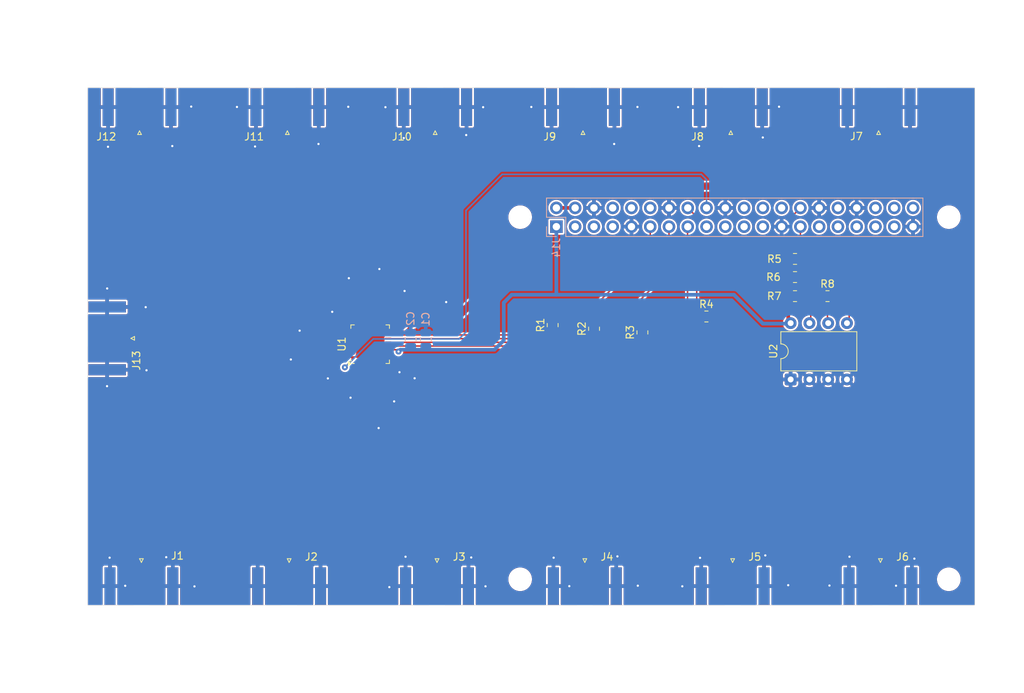
<source format=kicad_pcb>
(kicad_pcb (version 20241229) (generator "pcbnew") (generator_version "9.0")
  (layers (0 "F.Cu" signal) (2 "B.Cu" signal) (13 "F.Paste" user) (15 "B.Paste" user) (5 "F.SilkS" user "F.Silkscreen") (7 "B.SilkS" user "B.Silkscreen") (1 "F.Mask" user) (3 "B.Mask" user) (25 "Edge.Cuts" user))
  (net 0 "")
  (net 1 "GND")
  (net 2 "V3")
  (net 3 "LS")
  (net 5 "V1")
  (net 6 "V2")
  (net 7 "V4")
  (net 8 "+3.3V")
  (net 27 "EEPROM_SDA")
  (net 28 "EEPROM_SCL")
  (net 29 "EEPROM_WP")
  (net 30 "+5V")
  (net 35 "/RF1")
  (net 36 "/RF2")
  (net 37 "/RF3")
  (net 38 "/RF4")
  (net 39 "/RF5")
  (net 40 "/RF6")
  (net 41 "/RF7")
  (net 42 "/RF8")
  (net 43 "/RF9")
  (net 44 "/RF10")
  (net 45 "/RF11")
  (net 46 "/RF12")
  (net 47 "/RFC")
  (footprint "Connector_Coaxial:SMA_Amphenol_132289_EdgeMount" (layer "F.Cu") (at 202.7 67.9125 90)
    (property "Reference" "J7" (at -3.96 -3 180) (layer "F.SilkS"))
    (property "Value" "SMA")
    (fp_line (start -3.71 -0.25) (end -3.71 0.25) (stroke (width 0.12)) (layer "F.SilkS"))
    (fp_line (start -3.21 0) (end -3.71 -0.25) (stroke (width 0.12)) (layer "F.SilkS"))
    (fp_line (start -3.71 0.25) (end -3.21 0) (stroke (width 0.12)) (layer "F.SilkS"))
    (pad "1" smd rect (at 0 0 180) (size 1.5 5.08) (layers "F.Cu" "F.Mask" "F.Paste") (net 41 "/RF7"))
    (pad "2" smd rect (at 0 -4.25 180) (size 1.5 5.08) (layers "F.Cu" "F.Mask" "F.Paste") (net 1 "GND"))
    (pad "2" smd rect (at 0 -4.25 180) (size 1.5 5.08) (layers "B.Cu" "B.Mask" "B.Paste") (net 1 "GND"))
    (pad "2" smd rect (at 0 4.25 180) (size 1.5 5.08) (layers "F.Cu" "F.Mask" "F.Paste") (net 1 "GND"))
    (pad "2" smd rect (at 0 4.25 180) (size 1.5 5.08) (layers "B.Cu" "B.Mask" "B.Paste") (net 1 "GND"))
  )
  (footprint "Connector_Coaxial:SMA_Amphenol_132289_EdgeMount" (layer "F.Cu") (at 162.7 67.9125 90)
    (property "Reference" "J9" (at -4 -4.5 180) (layer "F.SilkS"))
    (property "Value" "SMA")
    (fp_line (start -3.71 -0.25) (end -3.71 0.25) (stroke (width 0.12)) (layer "F.SilkS"))
    (fp_line (start -3.21 0) (end -3.71 -0.25) (stroke (width 0.12)) (layer "F.SilkS"))
    (fp_line (start -3.71 0.25) (end -3.21 0) (stroke (width 0.12)) (layer "F.SilkS"))
    (pad "1" smd rect (at 0 0 180) (size 1.5 5.08) (layers "F.Cu" "F.Mask" "F.Paste") (net 43 "/RF9"))
    (pad "2" smd rect (at 0 -4.25 180) (size 1.5 5.08) (layers "F.Cu" "F.Mask" "F.Paste") (net 1 "GND"))
    (pad "2" smd rect (at 0 -4.25 180) (size 1.5 5.08) (layers "B.Cu" "B.Mask" "B.Paste") (net 1 "GND"))
    (pad "2" smd rect (at 0 4.25 180) (size 1.5 5.08) (layers "F.Cu" "F.Mask" "F.Paste") (net 1 "GND"))
    (pad "2" smd rect (at 0 4.25 180) (size 1.5 5.08) (layers "B.Cu" "B.Mask" "B.Paste") (net 1 "GND"))
  )
  (footprint "Connector_Coaxial:SMA_Amphenol_132289_EdgeMount" (layer "F.Cu") (at 102.7 67.9125 90)
    (property "Reference" "J12" (at -4 -4.5 180) (layer "F.SilkS"))
    (property "Value" "SMA")
    (fp_line (start -3.71 -0.25) (end -3.71 0.25) (stroke (width 0.12)) (layer "F.SilkS"))
    (fp_line (start -3.21 0) (end -3.71 -0.25) (stroke (width 0.12)) (layer "F.SilkS"))
    (fp_line (start -3.71 0.25) (end -3.21 0) (stroke (width 0.12)) (layer "F.SilkS"))
    (pad "1" smd rect (at 0 0 180) (size 1.5 5.08) (layers "F.Cu" "F.Mask" "F.Paste") (net 46 "/RF12"))
    (pad "2" smd rect (at 0 -4.25 180) (size 1.5 5.08) (layers "F.Cu" "F.Mask" "F.Paste") (net 1 "GND"))
    (pad "2" smd rect (at 0 -4.25 180) (size 1.5 5.08) (layers "B.Cu" "B.Mask" "B.Paste") (net 1 "GND"))
    (pad "2" smd rect (at 0 4.25 180) (size 1.5 5.08) (layers "F.Cu" "F.Mask" "F.Paste") (net 1 "GND"))
    (pad "2" smd rect (at 0 4.25 180) (size 1.5 5.08) (layers "B.Cu" "B.Mask" "B.Paste") (net 1 "GND"))
  )
  (footprint "Connector_Coaxial:SMA_Amphenol_132289_EdgeMount" (layer "F.Cu") (at 98.3125 99.2 180)
    (property "Reference" "J13" (at -3.96 -3 90) (layer "F.SilkS"))
    (property "Value" "SMA")
    (fp_line (start -3.21 0) (end -3.71 -0.25) (stroke (width 0.12)) (layer "F.SilkS"))
    (fp_line (start -3.71 0.25) (end -3.21 0) (stroke (width 0.12)) (layer "F.SilkS"))
    (fp_line (start -3.71 -0.25) (end -3.71 0.25) (stroke (width 0.12)) (layer "F.SilkS"))
    (pad "1" smd rect (at 0 0 270) (size 1.5 5.08) (layers "F.Cu" "F.Mask" "F.Paste") (net 47 "/RFC"))
    (pad "2" smd rect (at 0 -4.25 270) (size 1.5 5.08) (layers "F.Cu" "F.Mask" "F.Paste") (net 1 "GND"))
    (pad "2" smd rect (at 0 -4.25 270) (size 1.5 5.08) (layers "B.Cu" "B.Mask" "B.Paste") (net 1 "GND"))
    (pad "2" smd rect (at 0 4.25 270) (size 1.5 5.08) (layers "F.Cu" "F.Mask" "F.Paste") (net 1 "GND"))
    (pad "2" smd rect (at 0 4.25 270) (size 1.5 5.08) (layers "B.Cu" "B.Mask" "B.Paste") (net 1 "GND"))
  )
  (footprint "Resistor_SMD:R_0805_2012Metric" (layer "F.Cu") (at 191.39 93.49)
    (property "Reference" "R7" (at -2.8075 0.005 0) (layer "F.SilkS"))
    (property "Value" "1k")
    (fp_line (start -0.227064 -0.735) (end 0.227064 -0.735) (stroke (width 0.12)) (layer "F.SilkS"))
    (fp_line (start -0.227064 0.735) (end 0.227064 0.735) (stroke (width 0.12)) (layer "F.SilkS"))
    (pad "1" smd roundrect (at -0.9125 0) (size 1.025 1.4) (layers "F.Cu" "F.Mask" "F.Paste") (roundrect_rratio 0.243902) (net 8 "+3.3V"))
    (pad "2" smd roundrect (at 0.9125 0) (size 1.025 1.4) (layers "F.Cu" "F.Mask" "F.Paste") (roundrect_rratio 0.243902) (net 29 "EEPROM_WP"))
  )
  (footprint "Resistor_SMD:R_0805_2012Metric" (layer "F.Cu") (at 191.39 88.45)
    (property "Reference" "R5" (at -2.7875 0.02 0) (layer "F.SilkS"))
    (property "Value" "3.9k")
    (fp_line (start -0.227064 -0.735) (end 0.227064 -0.735) (stroke (width 0.12)) (layer "F.SilkS"))
    (fp_line (start -0.227064 0.735) (end 0.227064 0.735) (stroke (width 0.12)) (layer "F.SilkS"))
    (pad "1" smd roundrect (at -0.9125 0) (size 1.025 1.4) (layers "F.Cu" "F.Mask" "F.Paste") (roundrect_rratio 0.243902) (net 8 "+3.3V"))
    (pad "2" smd roundrect (at 0.9125 0) (size 1.025 1.4) (layers "F.Cu" "F.Mask" "F.Paste") (roundrect_rratio 0.243902) (net 27 "EEPROM_SDA"))
  )
  (footprint "MountingHole:MountingHole_2.7mm_M2.5" (layer "F.Cu") (at 212.2 131.8 180)
    (property "Reference" "REF**" (hide yes))
    (property "Value" "MountingHole_2.7mm_M2.5")
    (pad "" np_thru_hole circle (at 0 0 180) (size 2.7 2.7) (drill 2.7) (layers "*.Cu" "*.Mask"))
  )
  (footprint "MountingHole:MountingHole_2.7mm_M2.5" (layer "F.Cu") (at 154.2 131.8 180)
    (property "Reference" "REF**" (hide yes))
    (property "Value" "MountingHole_2.7mm_M2.5")
    (pad "" np_thru_hole circle (at 0 0 180) (size 2.7 2.7) (drill 2.7) (layers "*.Cu" "*.Mask"))
  )
  (footprint "Connector_Coaxial:SMA_Amphenol_132289_EdgeMount" (layer "F.Cu") (at 142.7 67.9125 90)
    (property "Reference" "J10" (at -4 -4.5 180) (layer "F.SilkS"))
    (property "Value" "SMA")
    (fp_line (start -3.71 -0.25) (end -3.71 0.25) (stroke (width 0.12)) (layer "F.SilkS"))
    (fp_line (start -3.21 0) (end -3.71 -0.25) (stroke (width 0.12)) (layer "F.SilkS"))
    (fp_line (start -3.71 0.25) (end -3.21 0) (stroke (width 0.12)) (layer "F.SilkS"))
    (pad "1" smd rect (at 0 0 180) (size 1.5 5.08) (layers "F.Cu" "F.Mask" "F.Paste") (net 44 "/RF10"))
    (pad "2" smd rect (at 0 -4.25 180) (size 1.5 5.08) (layers "F.Cu" "F.Mask" "F.Paste") (net 1 "GND"))
    (pad "2" smd rect (at 0 -4.25 180) (size 1.5 5.08) (layers "B.Cu" "B.Mask" "B.Paste") (net 1 "GND"))
    (pad "2" smd rect (at 0 4.25 180) (size 1.5 5.08) (layers "F.Cu" "F.Mask" "F.Paste") (net 1 "GND"))
    (pad "2" smd rect (at 0 4.25 180) (size 1.5 5.08) (layers "B.Cu" "B.Mask" "B.Paste") (net 1 "GND"))
  )
  (footprint "Connector_Coaxial:SMA_Amphenol_132289_EdgeMount" (layer "F.Cu") (at 102.95 132.7275 -90)
    (property "Reference" "J1" (at -4.1 -4.875 180) (layer "F.SilkS"))
    (property "Value" "SMA")
    (fp_line (start -3.71 0.25) (end -3.21 0) (stroke (width 0.12)) (layer "F.SilkS"))
    (fp_line (start -3.21 0) (end -3.71 -0.25) (stroke (width 0.12)) (layer "F.SilkS"))
    (fp_line (start -3.71 -0.25) (end -3.71 0.25) (stroke (width 0.12)) (layer "F.SilkS"))
    (pad "1" smd rect (at 0 0) (size 1.5 5.08) (layers "F.Cu" "F.Mask" "F.Paste") (net 35 "/RF1"))
    (pad "2" smd rect (at 0 -4.25) (size 1.5 5.08) (layers "F.Cu" "F.Mask" "F.Paste") (net 1 "GND"))
    (pad "2" smd rect (at 0 -4.25) (size 1.5 5.08) (layers "B.Cu" "B.Mask" "B.Paste") (net 1 "GND"))
    (pad "2" smd rect (at 0 4.25) (size 1.5 5.08) (layers "F.Cu" "F.Mask" "F.Paste") (net 1 "GND"))
    (pad "2" smd rect (at 0 4.25) (size 1.5 5.08) (layers "B.Cu" "B.Mask" "B.Paste") (net 1 "GND"))
  )
  (footprint "MountingHole:MountingHole_2.7mm_M2.5" (layer "F.Cu") (at 212.2 82.8)
    (property "Reference" "REF**" (hide yes))
    (property "Value" "MountingHole_2.7mm_M2.5")
    (pad "" np_thru_hole circle (at 0 0) (size 2.7 2.7) (drill 2.7) (layers "*.Cu" "*.Mask"))
  )
  (footprint "Resistor_SMD:R_0805_2012Metric" (layer "F.Cu") (at 195.7875 93.49)
    (property "Reference" "R8" (at 0 -1.65 0) (layer "F.SilkS"))
    (property "Value" "1k")
    (fp_line (start -0.227064 -0.735) (end 0.227064 -0.735) (stroke (width 0.12)) (layer "F.SilkS"))
    (fp_line (start -0.227064 0.735) (end 0.227064 0.735) (stroke (width 0.12)) (layer "F.SilkS"))
    (pad "1" smd roundrect (at -0.9125 0) (size 1.025 1.4) (layers "F.Cu" "F.Mask" "F.Paste") (roundrect_rratio 0.243902) (net 29 "EEPROM_WP"))
    (pad "2" smd roundrect (at 0.9125 0) (size 1.025 1.4) (layers "F.Cu" "F.Mask" "F.Paste") (roundrect_rratio 0.243902) (net 1 "GND"))
  )
  (footprint "Resistor_SMD:R_0805_2012Metric" (layer "F.Cu") (at 179.4025 96.24)
    (property "Reference" "R4" (at 0 -1.65 0) (layer "F.SilkS"))
    (property "Value" "10k")
    (fp_line (start -0.227064 -0.735) (end 0.227064 -0.735) (stroke (width 0.12)) (layer "F.SilkS"))
    (fp_line (start -0.227064 0.735) (end 0.227064 0.735) (stroke (width 0.12)) (layer "F.SilkS"))
    (pad "1" smd roundrect (at -0.9125 0) (size 1.025 1.4) (layers "F.Cu" "F.Mask" "F.Paste") (roundrect_rratio 0.243902) (net 5 "V1"))
    (pad "2" smd roundrect (at 0.9125 0) (size 1.025 1.4) (layers "F.Cu" "F.Mask" "F.Paste") (roundrect_rratio 0.243902) (net 1 "GND"))
  )
  (footprint "Package_DIP:DIP-8_W7.62mm" (layer "F.Cu") (at 190.8 104.76 90)
    (property "Reference" "U2" (at 3.81 -2.33 90) (layer "F.SilkS"))
    (property "Value" "24LC256")
    (fp_line (start 6.46 -1.33) (end 4.81 -1.33) (stroke (width 0.12)) (layer "F.SilkS"))
    (fp_line (start 2.81 -1.33) (end 1.16 -1.33) (stroke (width 0.12)) (layer "F.SilkS"))
    (fp_line (start 1.16 -1.33) (end 1.16 8.95) (stroke (width 0.12)) (layer "F.SilkS"))
    (fp_line (start 6.46 8.95) (end 6.46 -1.33) (stroke (width 0.12)) (layer "F.SilkS"))
    (fp_line (start 1.16 8.95) (end 6.46 8.95) (stroke (width 0.12)) (layer "F.SilkS"))
    (fp_arc (start 4.81 -1.33) (mid 3.81 -0.33) (end 2.81 -1.33) (stroke (width 0.12)) (layer "F.SilkS"))
    (pad "1" thru_hole roundrect (at 0 0 90) (size 1.6 1.6) (drill 0.8) (layers "*.Cu" "*.Mask") (roundrect_rratio 0.15625) (net 1 "GND"))
    (pad "2" thru_hole circle (at 0 2.54 90) (size 1.6 1.6) (drill 0.8) (layers "*.Cu" "*.Mask") (net 1 "GND"))
    (pad "3" thru_hole circle (at 0 5.08 90) (size 1.6 1.6) (drill 0.8) (layers "*.Cu" "*.Mask") (net 1 "GND"))
    (pad "4" thru_hole circle (at 0 7.62 90) (size 1.6 1.6) (drill 0.8) (layers "*.Cu" "*.Mask") (net 1 "GND"))
    (pad "5" thru_hole circle (at 7.62 7.62 90) (size 1.6 1.6) (drill 0.8) (layers "*.Cu" "*.Mask") (net 27 "EEPROM_SDA"))
    (pad "6" thru_hole circle (at 7.62 5.08 90) (size 1.6 1.6) (drill 0.8) (layers "*.Cu" "*.Mask") (net 28 "EEPROM_SCL"))
    (pad "7" thru_hole circle (at 7.62 2.54 90) (size 1.6 1.6) (drill 0.8) (layers "*.Cu" "*.Mask") (net 29 "EEPROM_WP"))
    (pad "8" thru_hole circle (at 7.62 0 90) (size 1.6 1.6) (drill 0.8) (layers "*.Cu" "*.Mask") (net 8 "+3.3V"))
  )
  (footprint "Connector_Coaxial:SMA_Amphenol_132289_EdgeMount" (layer "F.Cu") (at 122.7 67.9125 90)
    (property "Reference" "J11" (at -4 -4.5 180) (layer "F.SilkS"))
    (property "Value" "SMA")
    (fp_line (start -3.71 -0.25) (end -3.71 0.25) (stroke (width 0.12)) (layer "F.SilkS"))
    (fp_line (start -3.21 0) (end -3.71 -0.25) (stroke (width 0.12)) (layer "F.SilkS"))
    (fp_line (start -3.71 0.25) (end -3.21 0) (stroke (width 0.12)) (layer "F.SilkS"))
    (pad "1" smd rect (at 0 0 180) (size 1.5 5.08) (layers "F.Cu" "F.Mask" "F.Paste") (net 45 "/RF11"))
    (pad "2" smd rect (at 0 -4.25 180) (size 1.5 5.08) (layers "F.Cu" "F.Mask" "F.Paste") (net 1 "GND"))
    (pad "2" smd rect (at 0 -4.25 180) (size 1.5 5.08) (layers "B.Cu" "B.Mask" "B.Paste") (net 1 "GND"))
    (pad "2" smd rect (at 0 4.25 180) (size 1.5 5.08) (layers "F.Cu" "F.Mask" "F.Paste") (net 1 "GND"))
    (pad "2" smd rect (at 0 4.25 180) (size 1.5 5.08) (layers "B.Cu" "B.Mask" "B.Paste") (net 1 "GND"))
  )
  (footprint "Resistor_SMD:R_0805_2012Metric" (layer "F.Cu") (at 164.2 97.8975 90)
    (property "Reference" "R2" (at 0 -1.65 90) (layer "F.SilkS"))
    (property "Value" "10k")
    (fp_line (start -0.227064 -0.735) (end 0.227064 -0.735) (stroke (width 0.12)) (layer "F.SilkS"))
    (fp_line (start -0.227064 0.735) (end 0.227064 0.735) (stroke (width 0.12)) (layer "F.SilkS"))
    (pad "1" smd roundrect (at -0.9125 0 90) (size 1.025 1.4) (layers "F.Cu" "F.Mask" "F.Paste") (roundrect_rratio 0.243902) (net 2 "V3"))
    (pad "2" smd roundrect (at 0.9125 0 90) (size 1.025 1.4) (layers "F.Cu" "F.Mask" "F.Paste") (roundrect_rratio 0.243902) (net 1 "GND"))
  )
  (footprint "Connector_Coaxial:SMA_Amphenol_132289_EdgeMount" (layer "F.Cu") (at 122.94 132.7275 -90)
    (property "Reference" "J2" (at -3.96 -3 180) (layer "F.SilkS"))
    (property "Value" "SMA")
    (fp_line (start -3.71 0.25) (end -3.21 0) (stroke (width 0.12)) (layer "F.SilkS"))
    (fp_line (start -3.21 0) (end -3.71 -0.25) (stroke (width 0.12)) (layer "F.SilkS"))
    (fp_line (start -3.71 -0.25) (end -3.71 0.25) (stroke (width 0.12)) (layer "F.SilkS"))
    (pad "1" smd rect (at 0 0) (size 1.5 5.08) (layers "F.Cu" "F.Mask" "F.Paste") (net 36 "/RF2"))
    (pad "2" smd rect (at 0 -4.25) (size 1.5 5.08) (layers "F.Cu" "F.Mask" "F.Paste") (net 1 "GND"))
    (pad "2" smd rect (at 0 -4.25) (size 1.5 5.08) (layers "B.Cu" "B.Mask" "B.Paste") (net 1 "GND"))
    (pad "2" smd rect (at 0 4.25) (size 1.5 5.08) (layers "F.Cu" "F.Mask" "F.Paste") (net 1 "GND"))
    (pad "2" smd rect (at 0 4.25) (size 1.5 5.08) (layers "B.Cu" "B.Mask" "B.Paste") (net 1 "GND"))
  )
  (footprint "Connector_Coaxial:SMA_Amphenol_132289_EdgeMount" (layer "F.Cu") (at 202.95 132.7275 -90)
    (property "Reference" "J6" (at -3.96 -3 180) (layer "F.SilkS"))
    (property "Value" "SMA")
    (fp_line (start -3.71 0.25) (end -3.21 0) (stroke (width 0.12)) (layer "F.SilkS"))
    (fp_line (start -3.21 0) (end -3.71 -0.25) (stroke (width 0.12)) (layer "F.SilkS"))
    (fp_line (start -3.71 -0.25) (end -3.71 0.25) (stroke (width 0.12)) (layer "F.SilkS"))
    (pad "1" smd rect (at 0 0) (size 1.5 5.08) (layers "F.Cu" "F.Mask" "F.Paste") (net 40 "/RF6"))
    (pad "2" smd rect (at 0 -4.25) (size 1.5 5.08) (layers "F.Cu" "F.Mask" "F.Paste") (net 1 "GND"))
    (pad "2" smd rect (at 0 -4.25) (size 1.5 5.08) (layers "B.Cu" "B.Mask" "B.Paste") (net 1 "GND"))
    (pad "2" smd rect (at 0 4.25) (size 1.5 5.08) (layers "F.Cu" "F.Mask" "F.Paste") (net 1 "GND"))
    (pad "2" smd rect (at 0 4.25) (size 1.5 5.08) (layers "B.Cu" "B.Mask" "B.Paste") (net 1 "GND"))
  )
  (footprint "Connector_Coaxial:SMA_Amphenol_132289_EdgeMount" (layer "F.Cu") (at 182.95 132.7275 -90)
    (property "Reference" "J5" (at -3.96 -3 180) (layer "F.SilkS"))
    (property "Value" "SMA")
    (fp_line (start -3.71 0.25) (end -3.21 0) (stroke (width 0.12)) (layer "F.SilkS"))
    (fp_line (start -3.21 0) (end -3.71 -0.25) (stroke (width 0.12)) (layer "F.SilkS"))
    (fp_line (start -3.71 -0.25) (end -3.71 0.25) (stroke (width 0.12)) (layer "F.SilkS"))
    (pad "1" smd rect (at 0 0) (size 1.5 5.08) (layers "F.Cu" "F.Mask" "F.Paste") (net 39 "/RF5"))
    (pad "2" smd rect (at 0 -4.25) (size 1.5 5.08) (layers "F.Cu" "F.Mask" "F.Paste") (net 1 "GND"))
    (pad "2" smd rect (at 0 -4.25) (size 1.5 5.08) (layers "B.Cu" "B.Mask" "B.Paste") (net 1 "GND"))
    (pad "2" smd rect (at 0 4.25) (size 1.5 5.08) (layers "F.Cu" "F.Mask" "F.Paste") (net 1 "GND"))
    (pad "2" smd rect (at 0 4.25) (size 1.5 5.08) (layers "B.Cu" "B.Mask" "B.Paste") (net 1 "GND"))
  )
  (footprint "Resistor_SMD:R_0805_2012Metric" (layer "F.Cu") (at 170.74 98.3975 90)
    (property "Reference" "R3" (at 0 -1.65 90) (layer "F.SilkS"))
    (property "Value" "10k")
    (fp_line (start -0.227064 -0.735) (end 0.227064 -0.735) (stroke (width 0.12)) (layer "F.SilkS"))
    (fp_line (start -0.227064 0.735) (end 0.227064 0.735) (stroke (width 0.12)) (layer "F.SilkS"))
    (pad "1" smd roundrect (at -0.9125 0 90) (size 1.025 1.4) (layers "F.Cu" "F.Mask" "F.Paste") (roundrect_rratio 0.243902) (net 6 "V2"))
    (pad "2" smd roundrect (at 0.9125 0 90) (size 1.025 1.4) (layers "F.Cu" "F.Mask" "F.Paste") (roundrect_rratio 0.243902) (net 1 "GND"))
  )
  (footprint "Connector_Coaxial:SMA_Amphenol_132289_EdgeMount" (layer "F.Cu") (at 142.95 132.7275 -90)
    (property "Reference" "J3" (at -3.96 -3 180) (layer "F.SilkS"))
    (property "Value" "SMA")
    (fp_line (start -3.71 0.25) (end -3.21 0) (stroke (width 0.12)) (layer "F.SilkS"))
    (fp_line (start -3.21 0) (end -3.71 -0.25) (stroke (width 0.12)) (layer "F.SilkS"))
    (fp_line (start -3.71 -0.25) (end -3.71 0.25) (stroke (width 0.12)) (layer "F.SilkS"))
    (pad "1" smd rect (at 0 0) (size 1.5 5.08) (layers "F.Cu" "F.Mask" "F.Paste") (net 37 "/RF3"))
    (pad "2" smd rect (at 0 -4.25) (size 1.5 5.08) (layers "F.Cu" "F.Mask" "F.Paste") (net 1 "GND"))
    (pad "2" smd rect (at 0 -4.25) (size 1.5 5.08) (layers "B.Cu" "B.Mask" "B.Paste") (net 1 "GND"))
    (pad "2" smd rect (at 0 4.25) (size 1.5 5.08) (layers "F.Cu" "F.Mask" "F.Paste") (net 1 "GND"))
    (pad "2" smd rect (at 0 4.25) (size 1.5 5.08) (layers "B.Cu" "B.Mask" "B.Paste") (net 1 "GND"))
  )
  (footprint "Package_DFN_QFN:QFN-32-1EP_5x5mm_P0.5mm_EP3.1x3.1mm" (layer "F.Cu") (at 133.9 99.9875 90)
    (property "Reference" "U1" (at 0 -3.83 90) (layer "F.SilkS"))
    (property "Value" "PE42512")
    (fp_line (start 2.61 -2.61) (end 2.61 -2.135) (stroke (width 0.12)) (layer "F.SilkS"))
    (fp_line (start 2.135 -2.61) (end 2.61 -2.61) (stroke (width 0.12)) (layer "F.SilkS"))
    (fp_line (start -2.135 -2.61) (end -2.31 -2.61) (stroke (width 0.12)) (layer "F.SilkS"))
    (fp_line (start -2.61 -2.135) (end -2.61 -2.37) (stroke (width 0.12)) (layer "F.SilkS"))
    (fp_line (start 2.61 2.61) (end 2.61 2.135) (stroke (width 0.12)) (layer "F.SilkS"))
    (fp_line (start 2.135 2.61) (end 2.61 2.61) (stroke (width 0.12)) (layer "F.SilkS"))
    (fp_line (start -2.135 2.61) (end -2.61 2.61) (stroke (width 0.12)) (layer "F.SilkS"))
    (fp_line (start -2.61 2.61) (end -2.61 2.135) (stroke (width 0.12)) (layer "F.SilkS"))
    (fp_poly (pts (xy -2.61 -2.61) (xy -2.85 -2.94) (xy -2.37 -2.94) (xy -2.61 -2.61)) (stroke (width 0.12)) (fill yes) (layer "F.SilkS"))
    (pad "1" smd roundrect (at -2.4375 -1.75 90) (size 0.875 0.25) (layers "F.Cu" "F.Mask" "F.Paste") (net 36 "/RF2"))
    (pad "2" smd roundrect (at -2.4375 -1.25 90) (size 0.875 0.25) (layers "F.Cu" "F.Mask" "F.Paste") (net 1 "GND"))
    (pad "3" smd roundrect (at -2.4375 -0.75 90) (size 0.875 0.25) (layers "F.Cu" "F.Mask" "F.Paste") (net 37 "/RF3"))
    (pad "4" smd roundrect (at -2.4375 -0.25 90) (size 0.875 0.25) (layers "F.Cu" "F.Mask" "F.Paste") (net 1 "GND"))
    (pad "5" smd roundrect (at -2.4375 0.25 90) (size 0.875 0.25) (layers "F.Cu" "F.Mask" "F.Paste") (net 38 "/RF4"))
    (pad "6" smd roundrect (at -2.4375 0.75 90) (size 0.875 0.25) (layers "F.Cu" "F.Mask" "F.Paste") (net 1 "GND"))
    (pad "7" smd roundrect (at -2.4375 1.25 90) (size 0.875 0.25) (layers "F.Cu" "F.Mask" "F.Paste") (net 39 "/RF5"))
    (pad "8" smd roundrect (at -2.4375 1.75 90) (size 0.875 0.25) (layers "F.Cu" "F.Mask" "F.Paste") (net 1 "GND"))
    (pad "9" smd roundrect (at -1.75 2.4375 90) (size 0.25 0.875) (layers "F.Cu" "F.Mask" "F.Paste") (net 40 "/RF6"))
    (pad "10" smd roundrect (at -1.25 2.4375 90) (size 0.25 0.875) (layers "F.Cu" "F.Mask" "F.Paste") (net 1 "GND"))
    (pad "11" smd roundrect (at -0.75 2.4375 90) (size 0.25 0.875) (layers "F.Cu" "F.Mask" "F.Paste") (net 8 "+3.3V"))
    (pad "12" smd roundrect (at -0.25 2.4375 90) (size 0.25 0.875) (layers "F.Cu" "F.Mask" "F.Paste") (net 5 "V1"))
    (pad "13" smd roundrect (at 0.25 2.4375 90) (size 0.25 0.875) (layers "F.Cu" "F.Mask" "F.Paste") (net 6 "V2"))
    (pad "14" smd roundrect (at 0.75 2.4375 90) (size 0.25 0.875) (layers "F.Cu" "F.Mask" "F.Paste") (net 2 "V3"))
    (pad "15" smd roundrect (at 1.25 2.4375 90) (size 0.25 0.875) (layers "F.Cu" "F.Mask" "F.Paste") (net 7 "V4"))
    (pad "16" smd roundrect (at 1.75 2.4375 90) (size 0.25 0.875) (layers "F.Cu" "F.Mask" "F.Paste") (net 41 "/RF7"))
    (pad "17" smd roundrect (at 2.4375 1.75 90) (size 0.875 0.25) (layers "F.Cu" "F.Mask" "F.Paste") (net 1 "GND"))
    (pad "18" smd roundrect (at 2.4375 1.25 90) (size 0.875 0.25) (layers "F.Cu" "F.Mask" "F.Paste") (net 42 "/RF8"))
    (pad "19" smd roundrect (at 2.4375 0.75 90) (size 0.875 0.25) (layers "F.Cu" "F.Mask" "F.Paste") (net 1 "GND"))
    (pad "20" smd roundrect (at 2.4375 0.25 90) (size 0.875 0.25) (layers "F.Cu" "F.Mask" "F.Paste") (net 43 "/RF9"))
    (pad "21" smd roundrect (at 2.4375 -0.25 90) (size 0.875 0.25) (layers "F.Cu" "F.Mask" "F.Paste") (net 1 "GND"))
    (pad "22" smd roundrect (at 2.4375 -0.75 90) (size 0.875 0.25) (layers "F.Cu" "F.Mask" "F.Paste") (net 44 "/RF10"))
    (pad "23" smd roundrect (at 2.4375 -1.25 90) (size 0.875 0.25) (layers "F.Cu" "F.Mask" "F.Paste") (net 1 "GND"))
    (pad "24" smd roundrect (at 2.4375 -1.75 90) (size 0.875 0.25) (layers "F.Cu" "F.Mask" "F.Paste") (net 45 "/RF11"))
    (pad "25" smd roundrect (at 1.75 -2.4375 90) (size 0.25 0.875) (layers "F.Cu" "F.Mask" "F.Paste") (net 1 "GND"))
    (pad "26" smd roundrect (at 1.25 -2.4375 90) (size 0.25 0.875) (layers "F.Cu" "F.Mask" "F.Paste") (net 46 "/RF12"))
    (pad "27" smd roundrect (at 0.75 -2.4375 90) (size 0.25 0.875) (layers "F.Cu" "F.Mask" "F.Paste") (net 1 "GND"))
    (pad "28" smd roundrect (at 0.25 -2.4375 90) (size 0.25 0.875) (layers "F.Cu" "F.Mask" "F.Paste"))
    (pad "29" smd roundrect (at -0.25 -2.4375 90) (size 0.25 0.875) (layers "F.Cu" "F.Mask" "F.Paste") (net 47 "/RFC"))
    (pad "30" smd roundrect (at -0.75 -2.4375 90) (size 0.25 0.875) (layers "F.Cu" "F.Mask" "F.Paste") (net 1 "GND"))
    (pad "31" smd roundrect (at -1.25 -2.4375 90) (size 0.25 0.875) (layers "F.Cu" "F.Mask" "F.Paste") (net 35 "/RF1"))
    (pad "32" smd roundrect (at -1.75 -2.4375 90) (size 0.25 0.875) (layers "F.Cu" "F.Mask" "F.Paste") (net 3 "LS"))
    (pad "33" smd rect (at 0 0 90) (size 3.1 3.1) (property pad_prop_heatsink) (layers "F.Cu" "F.Mask") (net 1 "GND"))
  )
  (footprint "Connector_Coaxial:SMA_Amphenol_132289_EdgeMount" (layer "F.Cu") (at 162.95 132.7275 -90)
    (property "Reference" "J4" (at -3.96 -3 180) (layer "F.SilkS"))
    (property "Value" "SMA")
    (fp_line (start -3.71 0.25) (end -3.21 0) (stroke (width 0.12)) (layer "F.SilkS"))
    (fp_line (start -3.21 0) (end -3.71 -0.25) (stroke (width 0.12)) (layer "F.SilkS"))
    (fp_line (start -3.71 -0.25) (end -3.71 0.25) (stroke (width 0.12)) (layer "F.SilkS"))
    (pad "1" smd rect (at 0 0) (size 1.5 5.08) (layers "F.Cu" "F.Mask" "F.Paste") (net 38 "/RF4"))
    (pad "2" smd rect (at 0 -4.25) (size 1.5 5.08) (layers "F.Cu" "F.Mask" "F.Paste") (net 1 "GND"))
    (pad "2" smd rect (at 0 -4.25) (size 1.5 5.08) (layers "B.Cu" "B.Mask" "B.Paste") (net 1 "GND"))
    (pad "2" smd rect (at 0 4.25) (size 1.5 5.08) (layers "F.Cu" "F.Mask" "F.Paste") (net 1 "GND"))
    (pad "2" smd rect (at 0 4.25) (size 1.5 5.08) (layers "B.Cu" "B.Mask" "B.Paste") (net 1 "GND"))
  )
  (footprint "Resistor_SMD:R_0805_2012Metric" (layer "F.Cu") (at 191.39 90.91)
    (property "Reference" "R6" (at -2.9175 0 0) (layer "F.SilkS"))
    (property "Value" "3.9k")
    (fp_line (start -0.227064 -0.735) (end 0.227064 -0.735) (stroke (width 0.12)) (layer "F.SilkS"))
    (fp_line (start -0.227064 0.735) (end 0.227064 0.735) (stroke (width 0.12)) (layer "F.SilkS"))
    (pad "1" smd roundrect (at -0.9125 0) (size 1.025 1.4) (layers "F.Cu" "F.Mask" "F.Paste") (roundrect_rratio 0.243902) (net 8 "+3.3V"))
    (pad "2" smd roundrect (at 0.9125 0) (size 1.025 1.4) (layers "F.Cu" "F.Mask" "F.Paste") (roundrect_rratio 0.243902) (net 28 "EEPROM_SCL"))
  )
  (footprint "Resistor_SMD:R_0805_2012Metric" (layer "F.Cu") (at 158.6 97.4075 90)
    (property "Reference" "R1" (at 0 -1.65 90) (layer "F.SilkS"))
    (property "Value" "10k")
    (fp_line (start -0.227064 -0.735) (end 0.227064 -0.735) (stroke (width 0.12)) (layer "F.SilkS"))
    (fp_line (start -0.227064 0.735) (end 0.227064 0.735) (stroke (width 0.12)) (layer "F.SilkS"))
    (pad "1" smd roundrect (at -0.9125 0 90) (size 1.025 1.4) (layers "F.Cu" "F.Mask" "F.Paste") (roundrect_rratio 0.243902) (net 7 "V4"))
    (pad "2" smd roundrect (at 0.9125 0 90) (size 1.025 1.4) (layers "F.Cu" "F.Mask" "F.Paste") (roundrect_rratio 0.243902) (net 1 "GND"))
  )
  (footprint "MountingHole:MountingHole_2.7mm_M2.5" (layer "F.Cu") (at 154.2 82.8)
    (property "Reference" "REF**" (hide yes))
    (property "Value" "MountingHole_2.7mm_M2.5")
    (pad "" np_thru_hole circle (at 0 0) (size 2.7 2.7) (drill 2.7) (layers "*.Cu" "*.Mask"))
  )
  (footprint "Connector_Coaxial:SMA_Amphenol_132289_EdgeMount" (layer "F.Cu") (at 182.7 67.9125 90)
    (property "Reference" "J8" (at -4 -4.5 180) (layer "F.SilkS"))
    (property "Value" "SMA")
    (fp_line (start -3.71 -0.25) (end -3.71 0.25) (stroke (width 0.12)) (layer "F.SilkS"))
    (fp_line (start -3.21 0) (end -3.71 -0.25) (stroke (width 0.12)) (layer "F.SilkS"))
    (fp_line (start -3.71 0.25) (end -3.21 0) (stroke (width 0.12)) (layer "F.SilkS"))
    (pad "1" smd rect (at 0 0 180) (size 1.5 5.08) (layers "F.Cu" "F.Mask" "F.Paste") (net 42 "/RF8"))
    (pad "2" smd rect (at 0 -4.25 180) (size 1.5 5.08) (layers "F.Cu" "F.Mask" "F.Paste") (net 1 "GND"))
    (pad "2" smd rect (at 0 -4.25 180) (size 1.5 5.08) (layers "B.Cu" "B.Mask" "B.Paste") (net 1 "GND"))
    (pad "2" smd rect (at 0 4.25 180) (size 1.5 5.08) (layers "F.Cu" "F.Mask" "F.Paste") (net 1 "GND"))
    (pad "2" smd rect (at 0 4.25 180) (size 1.5 5.08) (layers "B.Cu" "B.Mask" "B.Paste") (net 1 "GND"))
  )
  (footprint "Capacitor_SMD:C_0805_2012Metric" (layer "B.Cu") (at 139.38 99.38 90)
    (property "Reference" "C2" (at 2.86 -0.01 90) (layer "B.SilkS") (effects (justify mirror)))
    (property "Value" "1nF")
    (fp_line (start -0.261252 -0.735) (end 0.261252 -0.735) (stroke (width 0.12)) (layer "B.SilkS"))
    (fp_line (start -0.261252 0.735) (end 0.261252 0.735) (stroke (width 0.12)) (layer "B.SilkS"))
    (pad "1" smd roundrect (at -0.95 0 90) (size 1 1.45) (layers "B.Cu" "B.Mask" "B.Paste") (net 8 "+3.3V"))
    (pad "2" smd roundrect (at 0.95 0 90) (size 1 1.45) (layers "B.Cu" "B.Mask" "B.Paste") (net 1 "GND"))
  )
  (footprint "Capacitor_SMD:C_0805_2012Metric" (layer "B.Cu") (at 141.43 99.37 90)
    (property "Reference" "C1" (at 2.76 -0.01 90) (layer "B.SilkS") (effects (justify mirror)))
    (property "Value" "100nF")
    (fp_line (start -0.261252 -0.735) (end 0.261252 -0.735) (stroke (width 0.12)) (layer "B.SilkS"))
    (fp_line (start -0.261252 0.735) (end 0.261252 0.735) (stroke (width 0.12)) (layer "B.SilkS"))
    (pad "1" smd roundrect (at -0.95 0 90) (size 1 1.45) (layers "B.Cu" "B.Mask" "B.Paste") (net 8 "+3.3V"))
    (pad "2" smd roundrect (at 0.95 0 90) (size 1 1.45) (layers "B.Cu" "B.Mask" "B.Paste") (net 1 "GND"))
  )
  (footprint "Connector_PinSocket_2.54mm:PinSocket_2x20_P2.54mm_Vertical" (layer "B.Cu") (at 159.1 84.09 -90)
    (property "Reference" "J14" (at 2.85 0.01 90) (layer "B.SilkS") (effects (justify mirror)))
    (property "Value" "Conn_02x20_Odd_Even")
    (fp_line (start -3.87 1.33) (end -1.27 1.33) (stroke (width 0.12)) (layer "B.SilkS"))
    (fp_line (start -3.87 1.33) (end -3.87 -49.59) (stroke (width 0.12)) (layer "B.SilkS"))
    (fp_line (start -1.27 1.33) (end -1.27 -1.27) (stroke (width 0.12)) (layer "B.SilkS"))
    (fp_line (start 0 1.33) (end 1.33 1.33) (stroke (width 0.12)) (layer "B.SilkS"))
    (fp_line (start 1.33 1.33) (end 1.33 0) (stroke (width 0.12)) (layer "B.SilkS"))
    (fp_line (start -1.27 -1.27) (end 1.33 -1.27) (stroke (width 0.12)) (layer "B.SilkS"))
    (fp_line (start 1.33 -1.27) (end 1.33 -49.59) (stroke (width 0.12)) (layer "B.SilkS"))
    (fp_line (start -3.87 -49.59) (end 1.33 -49.59) (stroke (width 0.12)) (layer "B.SilkS"))
    (pad "1" thru_hole rect (at 0 0 270) (size 1.7 1.7) (drill 1) (layers "*.Cu" "*.Mask") (net 8 "+3.3V"))
    (pad "2" thru_hole oval (at -2.54 0 270) (size 1.7 1.7) (drill 1) (layers "*.Cu" "*.Mask") (net 30 "+5V"))
    (pad "3" thru_hole oval (at 0 -2.54 270) (size 1.7 1.7) (drill 1) (layers "*.Cu" "*.Mask"))
    (pad "4" thru_hole oval (at -2.54 -2.54 270) (size 1.7 1.7) (drill 1) (layers "*.Cu" "*.Mask") (net 30 "+5V"))
    (pad "5" thru_hole oval (at 0 -5.08 270) (size 1.7 1.7) (drill 1) (layers "*.Cu" "*.Mask"))
    (pad "6" thru_hole oval (at -2.54 -5.08 270) (size 1.7 1.7) (drill 1) (layers "*.Cu" "*.Mask") (net 1 "GND"))
    (pad "7" thru_hole oval (at 0 -7.62 270) (size 1.7 1.7) (drill 1) (layers "*.Cu" "*.Mask"))
    (pad "8" thru_hole oval (at -2.54 -7.62 270) (size 1.7 1.7) (drill 1) (layers "*.Cu" "*.Mask"))
    (pad "9" thru_hole oval (at 0 -10.16 270) (size 1.7 1.7) (drill 1) (layers "*.Cu" "*.Mask") (net 1 "GND"))
    (pad "10" thru_hole oval (at -2.54 -10.16 270) (size 1.7 1.7) (drill 1) (layers "*.Cu" "*.Mask"))
    (pad "11" thru_hole oval (at 0 -12.7 270) (size 1.7 1.7) (drill 1) (layers "*.Cu" "*.Mask") (net 7 "V4"))
    (pad "12" thru_hole oval (at -2.54 -12.7 270) (size 1.7 1.7) (drill 1) (layers "*.Cu" "*.Mask"))
    (pad "13" thru_hole oval (at 0 -15.24 270) (size 1.7 1.7) (drill 1) (layers "*.Cu" "*.Mask") (net 2 "V3"))
    (pad "14" thru_hole oval (at -2.54 -15.24 270) (size 1.7 1.7) (drill 1) (layers "*.Cu" "*.Mask") (net 1 "GND"))
    (pad "15" thru_hole oval (at 0 -17.78 270) (size 1.7 1.7) (drill 1) (layers "*.Cu" "*.Mask") (net 6 "V2"))
    (pad "16" thru_hole oval (at -2.54 -17.78 270) (size 1.7 1.7) (drill 1) (layers "*.Cu" "*.Mask") (net 5 "V1"))
    (pad "17" thru_hole oval (at 0 -20.32 270) (size 1.7 1.7) (drill 1) (layers "*.Cu" "*.Mask"))
    (pad "18" thru_hole oval (at -2.54 -20.32 270) (size 1.7 1.7) (drill 1) (layers "*.Cu" "*.Mask") (net 3 "LS"))
    (pad "19" thru_hole oval (at 0 -22.86 270) (size 1.7 1.7) (drill 1) (layers "*.Cu" "*.Mask"))
    (pad "20" thru_hole oval (at -2.54 -22.86 270) (size 1.7 1.7) (drill 1) (layers "*.Cu" "*.Mask") (net 1 "GND"))
    (pad "21" thru_hole oval (at 0 -25.4 270) (size 1.7 1.7) (drill 1) (layers "*.Cu" "*.Mask"))
    (pad "22" thru_hole oval (at -2.54 -25.4 270) (size 1.7 1.7) (drill 1) (layers "*.Cu" "*.Mask"))
    (pad "23" thru_hole oval (at 0 -27.94 270) (size 1.7 1.7) (drill 1) (layers "*.Cu" "*.Mask"))
    (pad "24" thru_hole oval (at -2.54 -27.94 270) (size 1.7 1.7) (drill 1) (layers "*.Cu" "*.Mask"))
    (pad "25" thru_hole oval (at 0 -30.48 270) (size 1.7 1.7) (drill 1) (layers "*.Cu" "*.Mask") (net 1 "GND"))
    (pad "26" thru_hole oval (at -2.54 -30.48 270) (size 1.7 1.7) (drill 1) (layers "*.Cu" "*.Mask"))
    (pad "27" thru_hole oval (at 0 -33.02 270) (size 1.7 1.7) (drill 1) (layers "*.Cu" "*.Mask") (net 27 "EEPROM_SDA"))
    (pad "28" thru_hole oval (at -2.54 -33.02 270) (size 1.7 1.7) (drill 1) (layers "*.Cu" "*.Mask") (net 28 "EEPROM_SCL"))
    (pad "29" thru_hole oval (at 0 -35.56 270) (size 1.7 1.7) (drill 1) (layers "*.Cu" "*.Mask"))
    (pad "30" thru_hole oval (at -2.54 -35.56 270) (size 1.7 1.7) (drill 1) (layers "*.Cu" "*.Mask") (net 1 "GND"))
    (pad "31" thru_hole oval (at 0 -38.1 270) (size 1.7 1.7) (drill 1) (layers "*.Cu" "*.Mask"))
    (pad "32" thru_hole oval (at -2.54 -38.1 270) (size 1.7 1.7) (drill 1) (layers "*.Cu" "*.Mask"))
    (pad "33" thru_hole oval (at 0 -40.64 270) (size 1.7 1.7) (drill 1) (layers "*.Cu" "*.Mask"))
    (pad "34" thru_hole oval (at -2.54 -40.64 270) (size 1.7 1.7) (drill 1) (layers "*.Cu" "*.Mask") (net 1 "GND"))
    (pad "35" thru_hole oval (at 0 -43.18 270) (size 1.7 1.7) (drill 1) (layers "*.Cu" "*.Mask"))
    (pad "36" thru_hole oval (at -2.54 -43.18 270) (size 1.7 1.7) (drill 1) (layers "*.Cu" "*.Mask"))
    (pad "37" thru_hole oval (at 0 -45.72 270) (size 1.7 1.7) (drill 1) (layers "*.Cu" "*.Mask"))
    (pad "38" thru_hole oval (at -2.54 -45.72 270) (size 1.7 1.7) (drill 1) (layers "*.Cu" "*.Mask"))
    (pad "39" thru_hole oval (at 0 -48.26 270) (size 1.7 1.7) (drill 1) (layers "*.Cu" "*.Mask") (net 1 "GND"))
    (pad "40" thru_hole oval (at -2.54 -48.26 270) (size 1.7 1.7) (drill 1) (layers "*.Cu" "*.Mask"))
  )
  (gr_line (start 95.7 65.3) (end 95.7 135.3) (stroke (width 0.05)) (layer "Edge.Cuts"))
  (gr_line (start 215.7 65.3) (end 95.7 65.3) (stroke (width 0.05)) (layer "Edge.Cuts"))
  (gr_line (start 95.7 135.3) (end 215.7 135.3) (stroke (width 0.05)) (layer "Edge.Cuts"))
  (gr_line (start 215.7 135.3) (end 215.7 65.3) (stroke (width 0.05)) (layer "Edge.Cuts"))
  (via (at 138.45 72.1) (size 0.8) (drill 0.3) (layers "F.Cu" "B.Cu") (net 1))
  (via (at 110.13 132.76) (size 0.8) (drill 0.3) (layers "F.Cu" "B.Cu") (net 1))
  (via (at 160.85 132.73) (size 0.8) (drill 0.3) (layers "F.Cu" "B.Cu") (net 1))
  (via (at 128.18 104.62) (size 0.8) (drill 0.3) (layers "F.Cu" "B.Cu") (net 1))
  (via (at 135.05 111.34) (size 0.8) (drill 0.3) (layers "F.Cu" "B.Cu") (net 1))
  (via (at 166.92 72.9) (size 0.8) (drill 0.3) (layers "F.Cu" "B.Cu") (net 1))
  (via (at 128.77 95.61) (size 0.8) (drill 0.3) (layers "F.Cu" "B.Cu") (net 1))
  (via (at 155.71 67.89) (size 0.8) (drill 0.3) (layers "F.Cu" "B.Cu") (net 1))
  (via (at 146.9 71.69) (size 0.8) (drill 0.3) (layers "F.Cu" "B.Cu") (net 1))
  (via (at 126.91 72.9) (size 0.8) (drill 0.3) (layers "F.Cu" "B.Cu") (net 1))
  (via (at 205.06 132.67) (size 0.8) (drill 0.3) (layers "F.Cu" "B.Cu") (net 1))
  (via (at 106.31 128.81) (size 0.8) (drill 0.3) (layers "F.Cu" "B.Cu") (net 1))
  (via (at 167.36 128.7) (size 0.8) (drill 0.3) (layers "F.Cu" "B.Cu") (net 1))
  (via (at 147.58 128.85) (size 0.8) (drill 0.3) (layers "F.Cu" "B.Cu") (net 1))
  (via (at 149.51 132.75) (size 0.8) (drill 0.3) (layers "F.Cu" "B.Cu") (net 1))
  (via (at 198.76 128.75) (size 0.8) (drill 0.3) (layers "F.Cu" "B.Cu") (net 1))
  (via (at 138.69 128.75) (size 0.8) (drill 0.3) (layers "F.Cu" "B.Cu") (net 1))
  (via (at 100.76 132.68) (size 0.8) (drill 0.3) (layers "F.Cu" "B.Cu") (net 1))
  (via (at 136.5 132.86) (size 0.8) (drill 0.3) (layers "F.Cu" "B.Cu") (net 1))
  (via (at 103.53 94.98) (size 0.8) (drill 0.3) (layers "F.Cu" "B.Cu") (net 1))
  (via (at 131.25 107.23) (size 0.8) (drill 0.3) (layers "F.Cu" "B.Cu") (net 1))
  (via (at 158.73 128.88) (size 0.8) (drill 0.3) (layers "F.Cu" "B.Cu") (net 1))
  (via (at 135.15 89.82) (size 0.8) (drill 0.3) (layers "F.Cu" "B.Cu") (net 1))
  (via (at 189.23 67.86) (size 0.8) (drill 0.3) (layers "F.Cu" "B.Cu") (net 1))
  (via (at 137.15 107.73) (size 0.8) (drill 0.3) (layers "F.Cu" "B.Cu") (net 1))
  (via (at 196.05 132.65) (size 0.8) (drill 0.3) (layers "F.Cu" "B.Cu") (net 1))
  (via (at 207.54 129.01) (size 0.8) (drill 0.3) (layers "F.Cu" "B.Cu") (net 1))
  (via (at 187.37 128.57) (size 0.8) (drill 0.3) (layers "F.Cu" "B.Cu") (net 1))
  (via (at 130.94 67.87) (size 0.8) (drill 0.3) (layers "F.Cu" "B.Cu") (net 1))
  (via (at 138.56 92.79) (size 0.8) (drill 0.3) (layers "F.Cu" "B.Cu") (net 1))
  (via (at 103.64 103.52) (size 0.8) (drill 0.3) (layers "F.Cu" "B.Cu") (net 1))
  (via (at 115.88 67.89) (size 0.8) (drill 0.3) (layers "F.Cu" "B.Cu") (net 1))
  (via (at 170.07 67.89) (size 0.8) (drill 0.3) (layers "F.Cu" "B.Cu") (net 1))
  (via (at 98.3 105.67) (size 0.8) (drill 0.3) (layers "F.Cu" "B.Cu") (net 1))
  (via (at 178.54 128.9) (size 0.8) (drill 0.3) (layers "F.Cu" "B.Cu") (net 1))
  (via (at 131.02 91.06) (size 0.8) (drill 0.3) (layers "F.Cu" "B.Cu") (net 1))
  (via (at 149.19 67.92) (size 0.8) (drill 0.3) (layers "F.Cu" "B.Cu") (net 1))
  (via (at 109.69 67.84) (size 0.8) (drill 0.3) (layers "F.Cu" "B.Cu") (net 1))
  (via (at 98.43 73.28) (size 0.8) (drill 0.3) (layers "F.Cu" "B.Cu") (net 1))
  (via (at 190.47 132.6) (size 0.8) (drill 0.3) (layers "F.Cu" "B.Cu") (net 1))
  (via (at 137.87 103.78) (size 0.8) (drill 0.3) (layers "F.Cu" "B.Cu") (net 1))
  (via (at 178.41 73.18) (size 0.8) (drill 0.3) (layers "F.Cu" "B.Cu") (net 1))
  (via (at 176.14 132.75) (size 0.8) (drill 0.3) (layers "F.Cu" "B.Cu") (net 1))
  (via (at 98.65 128.88) (size 0.8) (drill 0.3) (layers "F.Cu" "B.Cu") (net 1))
  (via (at 139.92 104.6) (size 0.8) (drill 0.3) (layers "F.Cu" "B.Cu") (net 1))
  (via (at 144.19 94.29) (size 0.8) (drill 0.3) (layers "F.Cu" "B.Cu") (net 1))
  (via (at 187.03 72.02) (size 0.8) (drill 0.3) (layers "F.Cu" "B.Cu") (net 1))
  (via (at 170.12 132.67) (size 0.8) (drill 0.3) (layers "F.Cu" "B.Cu") (net 1))
  (via (at 135.97 67.92) (size 0.8) (drill 0.3) (layers "F.Cu" "B.Cu") (net 1))
  (via (at 98.32 92.45) (size 0.8) (drill 0.3) (layers "F.Cu" "B.Cu") (net 1))
  (via (at 175.57 67.91) (size 0.8) (drill 0.3) (layers "F.Cu" "B.Cu") (net 1))
  (via (at 123.17 102.06) (size 0.8) (drill 0.3) (layers "F.Cu" "B.Cu") (net 1))
  (via (at 124.36 98.16) (size 0.8) (drill 0.3) (layers "F.Cu" "B.Cu") (net 1))
  (via (at 118.33 73.24) (size 0.8) (drill 0.3) (layers "F.Cu" "B.Cu") (net 1))
  (via (at 107.13 73.18) (size 0.8) (drill 0.3) (layers "F.Cu" "B.Cu") (net 1))
  (segment (start 136.3375 99.2375) (end 165.2125 99.2375) (width 0.2) (layer "F.Cu") (net 2))
  (segment (start 174.34 90.11) (end 174.34 84.09) (width 0.2) (layer "F.Cu") (net 2))
  (segment (start 165.2125 99.2375) (end 174.34 90.11) (width 0.2) (layer "F.Cu") (net 2))
  (segment (start 131.4625 102.1375) (end 130.48 103.12) (width 0.2) (layer "F.Cu") (net 3))
  (segment (start 131.4625 101.7375) (end 131.4625 102.1375) (width 0.2) (layer "F.Cu") (net 3))
  (via (at 130.48 103.12) (size 0.8) (drill 0.3) (layers "F.Cu" "B.Cu") (net 3))
  (segment (start 146.87 98.34) (end 146.87 81.91) (width 0.2) (layer "B.Cu") (net 3))
  (segment (start 151.77 77.01) (end 178.71 77.01) (width 0.2) (layer "B.Cu") (net 3))
  (segment (start 134.319 99.281) (end 145.929 99.281) (width 0.2) (layer "B.Cu") (net 3))
  (segment (start 146.87 81.91) (end 151.77 77.01) (width 0.2) (layer "B.Cu") (net 3))
  (segment (start 130.48 103.12) (end 134.319 99.281) (width 0.2) (layer "B.Cu") (net 3))
  (segment (start 179.42 77.72) (end 179.42 81.55) (width 0.2) (layer "B.Cu") (net 3))
  (segment (start 145.929 99.281) (end 146.87 98.34) (width 0.2) (layer "B.Cu") (net 3))
  (segment (start 178.71 77.01) (end 179.42 77.72) (width 0.2) (layer "B.Cu") (net 3))
  (segment (start 178.09 82.76) (end 176.88 81.55) (width 0.2) (layer "F.Cu") (net 5))
  (segment (start 136.3375 100.2375) (end 175.7125 100.2375) (width 0.2) (layer "F.Cu") (net 5))
  (segment (start 178.09 97.86) (end 178.09 82.76) (width 0.2) (layer "F.Cu") (net 5))
  (segment (start 175.7125 100.2375) (end 178.09 97.86) (width 0.2) (layer "F.Cu") (net 5))
  (segment (start 172.2325 99.7375) (end 176.85 95.12) (width 0.2) (layer "F.Cu") (net 6))
  (segment (start 136.3375 99.7375) (end 172.2325 99.7375) (width 0.2) (layer "F.Cu") (net 6))
  (segment (start 176.85 84.12) (end 176.88 84.09) (width 0.2) (layer "F.Cu") (net 6))
  (segment (start 176.85 95.12) (end 176.85 84.12) (width 0.2) (layer "F.Cu") (net 6))
  (segment (start 160.3725 98.7375) (end 171.8 87.31) (width 0.2) (layer "F.Cu") (net 7))
  (segment (start 171.8 87.31) (end 171.8 84.09) (width 0.2) (layer "F.Cu") (net 7))
  (segment (start 136.3375 98.7375) (end 160.3725 98.7375) (width 0.2) (layer "F.Cu") (net 7))
  (segment (start 137.49 100.7375) (end 136.3375 100.7375) (width 0.2) (layer "F.Cu") (net 8))
  (segment (start 190.4775 96.8175) (end 190.8 97.14) (width 0.5) (layer "F.Cu") (net 8))
  (segment (start 190.4775 88.45) (end 190.4775 93.49) (width 0.5) (layer "F.Cu") (net 8))
  (segment (start 190.745 96.85) (end 190.8 96.905) (width 0.2) (layer "F.Cu") (net 8))
  (segment (start 190.4775 93.49) (end 190.4775 96.8175) (width 0.5) (layer "F.Cu") (net 8))
  (segment (start 190.8 96.905) (end 190.8 97.14) (width 0.2) (layer "F.Cu") (net 8))
  (segment (start 190.8 97.14) (end 190.46 96.8) (width 0.2) (layer "F.Cu") (net 8))
  (segment (start 137.74 100.9875) (end 137.49 100.7375) (width 0.2) (layer "F.Cu") (net 8))
  (via (at 137.74 100.9875) (size 0.8) (drill 0.3) (layers "F.Cu" "B.Cu") (net 8))
  (segment (start 151.98 94.38) (end 153.06 93.3) (width 0.5) (layer "B.Cu") (net 8))
  (segment (start 137.74 100.9875) (end 137.9875 100.74) (width 0.5) (layer "B.Cu") (net 8))
  (segment (start 151.98 99.48) (end 151.98 94.38) (width 0.5) (layer "B.Cu") (net 8))
  (segment (start 187.035 97.205) (end 190.735 97.205) (width 0.5) (layer "B.Cu") (net 8))
  (segment (start 159.1 84.09) (end 159.1 93.3) (width 0.5) (layer "B.Cu") (net 8))
  (segment (start 150.72 100.74) (end 151.98 99.48) (width 0.5) (layer "B.Cu") (net 8))
  (segment (start 159.1 93.3) (end 183.13 93.3) (width 0.5) (layer "B.Cu") (net 8))
  (segment (start 137.9875 100.74) (end 150.72 100.74) (width 0.5) (layer "B.Cu") (net 8))
  (segment (start 153.06 93.3) (end 159.1 93.3) (width 0.5) (layer "B.Cu") (net 8))
  (segment (start 190.735 97.205) (end 190.8 97.14) (width 0.5) (layer "B.Cu") (net 8))
  (segment (start 183.13 93.3) (end 187.035 97.205) (width 0.5) (layer "B.Cu") (net 8))
  (segment (start 194.58 88.43) (end 192.3825 88.43) (width 0.2) (layer "F.Cu") (net 27))
  (segment (start 192.12 84.09) (end 192.12 88) (width 0.2) (layer "F.Cu") (net 27))
  (segment (start 198.42 97.14) (end 198.72 96.84) (width 0.2) (layer "F.Cu") (net 27))
  (segment (start 198.72 96.84) (end 198.72 92.57) (width 0.2) (layer "F.Cu") (net 27))
  (segment (start 192.3625 88.2425) (end 192.3625 88.45) (width 0.2) (layer "F.Cu") (net 27))
  (segment (start 192.12 88) (end 192.3625 88.2425) (width 0.2) (layer "F.Cu") (net 27))
  (segment (start 198.72 92.57) (end 194.58 88.43) (width 0.2) (layer "F.Cu") (net 27))
  (segment (start 192.3825 88.43) (end 192.3625 88.45) (width 0.2) (layer "F.Cu") (net 27))
  (segment (start 190.85 84.97) (end 190.85 82.82) (width 0.2) (layer "F.Cu") (net 28))
  (segment (start 191.4 89.7975) (end 191.4 85.52) (width 0.2) (layer "F.Cu") (net 28))
  (segment (start 195.779 97.039) (end 195.779 92.609) (width 0.2) (layer "F.Cu") (net 28))
  (segment (start 194.07 90.9) (end 192.3525 90.9) (width 0.2) (layer "F.Cu") (net 28))
  (segment (start 192.3525 90.9) (end 192.3425 90.91) (width 0.2) (layer "F.Cu") (net 28))
  (segment (start 192.3425 90.74) (end 191.4 89.7975) (width 0.2) (layer "F.Cu") (net 28))
  (segment (start 191.4 85.52) (end 190.85 84.97) (width 0.2) (layer "F.Cu") (net 28))
  (segment (start 190.85 82.82) (end 192.12 81.55) (width 0.2) (layer "F.Cu") (net 28))
  (segment (start 192.3425 90.91) (end 192.3425 90.74) (width 0.2) (layer "F.Cu") (net 28))
  (segment (start 195.88 97.14) (end 195.779 97.039) (width 0.2) (layer "F.Cu") (net 28))
  (segment (start 195.779 92.609) (end 194.07 90.9) (width 0.2) (layer "F.Cu") (net 28))
  (segment (start 193.34 97.14) (end 193.64 96.84) (width 0.2) (layer "F.Cu") (net 29))
  (segment (start 192.3025 93.49) (end 192.3525 93.54) (width 0.2) (layer "F.Cu") (net 29))
  (segment (start 193.52 96.96) (end 193.52 93.54) (width 0.2) (layer "F.Cu") (net 29))
  (segment (start 194.7725 93.54) (end 194.8175 93.495) (width 0.2) (layer "F.Cu") (net 29))
  (segment (start 193.34 97.14) (end 193.52 96.96) (width 0.2) (layer "F.Cu") (net 29))
  (segment (start 193.52 93.54) (end 194.7725 93.54) (width 0.2) (layer "F.Cu") (net 29))
  (segment (start 192.3525 93.54) (end 193.52 93.54) (width 0.2) (layer "F.Cu") (net 29))
  (segment (start 159.1 81.55) (end 161.64 81.55) (width 0.5) (layer "F.Cu") (net 30))
  (segment (start 125.616 102.73) (end 102.95 125.396) (width 1) (layer "F.Cu") (net 35))
  (segment (start 130.9985 101.2615) (end 131.02 101.24) (width 0.2) (layer "F.Cu") (net 35))
  (segment (start 128.8 102.73) (end 125.616 102.73) (width 1) (layer "F.Cu") (net 35))
  (segment (start 130.2685 101.2615) (end 130.9985 101.2615) (width 0.2) (layer "F.Cu") (net 35))
  (segment (start 131.02 101.24) (end 131.46 101.24) (width 0.2) (layer "F.Cu") (net 35))
  (segment (start 129.4 102.13) (end 130.2685 101.2615) (width 0.2) (layer "F.Cu") (net 35))
  (segment (start 131.46 101.24) (end 131.4625 101.2375) (width 0.2) (layer "F.Cu") (net 35))
  (segment (start 102.95 125.396) (end 102.95 132.8) (width 1) (layer "F.Cu") (net 35))
  (segment (start 129.4 102.13) (end 128.8 102.73) (width 1) (layer "F.Cu") (net 35))
  (segment (start 132.15 103.44) (end 131.05 104.54) (width 0.2) (layer "F.Cu") (net 36))
  (segment (start 131.05 104.55) (end 122.9 112.7) (width 1) (layer "F.Cu") (net 36))
  (segment (start 131.05 104.54) (end 131.05 104.55) (width 1) (layer "F.Cu") (net 36))
  (segment (start 122.9 132.75) (end 122.95 132.8) (width 0.2) (layer "F.Cu") (net 36))
  (segment (start 122.9 112.7) (end 122.9 132.75) (width 1) (layer "F.Cu") (net 36))
  (segment (start 132.15 102.425) (end 132.15 103.44) (width 0.2) (layer "F.Cu") (net 36))
  (segment (start 133.15 117.15) (end 142.95 126.95) (width 1) (layer "F.Cu") (net 37))
  (segment (start 142.95 126.95) (end 142.95 132.8) (width 1) (layer "F.Cu") (net 37))
  (segment (start 133.15 104.53) (end 133.15 102.425) (width 0.2) (layer "F.Cu") (net 37))
  (segment (start 133.15 104.53) (end 133.15 117.15) (width 1) (layer "F.Cu") (net 37))
  (segment (start 135.12 105.79) (end 135.12 104.44) (width 0.2) (layer "F.Cu") (net 38))
  (segment (start 135.128 108.268) (end 148.84 121.98) (width 1) (layer "F.Cu") (net 38))
  (segment (start 134.15 103.47) (end 134.15 102.425) (width 0.2) (layer "F.Cu") (net 38))
  (segment (start 135.12 104.44) (end 134.15 103.47) (width 0.2) (layer "F.Cu") (net 38))
  (segment (start 162.95 124.72) (end 162.95 132.8) (width 1) (layer "F.Cu") (net 38))
  (segment (start 148.84 121.98) (end 160.21 121.98) (width 1) (layer "F.Cu") (net 38))
  (segment (start 135.12 105.79) (end 135.128 105.798) (width 1) (layer "F.Cu") (net 38))
  (segment (start 160.21 121.98) (end 162.95 124.72) (width 1) (layer "F.Cu") (net 38))
  (segment (start 135.128 105.798) (end 135.128 108.268) (width 1) (layer "F.Cu") (net 38))
  (segment (start 163.66 106.79) (end 182.94 126.07) (width 1) (layer "F.Cu") (net 39))
  (segment (start 136.08 104.08) (end 136.084 104.08) (width 1) (layer "F.Cu") (net 39))
  (segment (start 135.15 103.15) (end 136.08 104.08) (width 0.2) (layer "F.Cu") (net 39))
  (segment (start 182.94 126.07) (end 182.94 132.79) (width 1) (layer "F.Cu") (net 39))
  (segment (start 182.94 132.79) (end 182.95 132.8) (width 1) (layer "F.Cu") (net 39))
  (segment (start 135.15 102.425) (end 135.15 103.15) (width 0.2) (layer "F.Cu") (net 39))
  (segment (start 136.084 104.08) (end 138.794 106.79) (width 1) (layer "F.Cu") (net 39))
  (segment (start 138.794 106.79) (end 163.66 106.79) (width 1) (layer "F.Cu") (net 39))
  (segment (start 138.25 102.54) (end 180.264 102.54) (width 1) (layer "F.Cu") (net 40))
  (segment (start 138.24 102.55) (end 137.4275 101.7375) (width 0.2) (layer "F.Cu") (net 40))
  (segment (start 138.24 102.55) (end 138.25 102.54) (width 1) (layer "F.Cu") (net 40))
  (segment (start 180.264 102.54) (end 202.95 125.226) (width 1) (layer "F.Cu") (net 40))
  (segment (start 202.95 125.226) (end 202.95 132.8) (width 1) (layer "F.Cu") (net 40))
  (segment (start 137.4275 101.7375) (end 136.3375 101.7375) (width 0.2) (layer "F.Cu") (net 40))
  (segment (start 145.68 96.37) (end 150.45 91.6) (width 1) (layer "F.Cu") (net 41))
  (segment (start 139.77 97.15) (end 140.55 96.37) (width 1) (layer "F.Cu") (net 41))
  (segment (start 139.765 97.15) (end 138.6775 98.2375) (width 0.2) (layer "F.Cu") (net 41))
  (segment (start 201.044 78.61) (end 202.7 76.954) (width 1) (layer "F.Cu") (net 41))
  (segment (start 153.292 78.61) (end 201.044 78.61) (width 1) (layer "F.Cu") (net 41))
  (segment (start 202.7 76.954) (end 202.7 67.9125) (width 1) (layer "F.Cu") (net 41))
  (segment (start 139.77 97.15) (end 139.765 97.15) (width 0.2) (layer "F.Cu") (net 41))
  (segment (start 150.45 91.6) (end 150.45 81.452) (width 1) (layer "F.Cu") (net 41))
  (segment (start 150.45 81.452) (end 153.292 78.61) (width 1) (layer "F.Cu") (net 41))
  (segment (start 138.6775 98.2375) (end 136.3375 98.2375) (width 0.2) (layer "F.Cu") (net 41))
  (segment (start 140.55 96.37) (end 145.68 96.37) (width 1) (layer "F.Cu") (net 41))
  (segment (start 140.83 94.58) (end 143.81 91.6) (width 1) (layer "F.Cu") (net 42))
  (segment (start 135.96 95.85) (end 135.174 96.636) (width 0.2) (layer "F.Cu") (net 42))
  (segment (start 135.174 96.636) (end 135.174 97.456) (width 0.2) (layer "F.Cu") (net 42))
  (segment (start 135.174 97.456) (end 135.15 97.48) (width 0.2) (layer "F.Cu") (net 42))
  (segment (start 143.81 81.85) (end 150.46 75.2) (width 1) (layer "F.Cu") (net 42))
  (segment (start 150.46 75.2) (end 179.816 75.2) (width 1) (layer "F.Cu") (net 42))
  (segment (start 182.7 72.316) (end 182.7 67.9125) (width 1) (layer "F.Cu") (net 42))
  (segment (start 179.816 75.2) (end 182.7 72.316) (width 1) (layer "F.Cu") (net 42))
  (segment (start 135.96 95.85) (end 137.23 94.58) (width 1) (layer "F.Cu") (net 42))
  (segment (start 135.15 97.48) (end 135.15 97.55) (width 0.2) (layer "F.Cu") (net 42))
  (segment (start 143.81 91.6) (end 143.81 81.85) (width 1) (layer "F.Cu") (net 42))
  (segment (start 137.23 94.58) (end 140.83 94.58) (width 1) (layer "F.Cu") (net 42))
  (segment (start 134.74 93.49) (end 137.16 91.07) (width 1) (layer "F.Cu") (net 43))
  (segment (start 161.4 72.1) (end 162.7 70.8) (width 1) (layer "F.Cu") (net 43))
  (segment (start 134.74 95.19) (end 134.15 95.78) (width 0.2) (layer "F.Cu") (net 43))
  (segment (start 137.16 83.65) (end 148.71 72.1) (width 1) (layer "F.Cu") (net 43))
  (segment (start 137.16 91.07) (end 137.16 83.65) (width 1) (layer "F.Cu") (net 43))
  (segment (start 134.74 94.52) (end 134.74 95.19) (width 0.2) (layer "F.Cu") (net 43))
  (segment (start 148.71 72.1) (end 161.4 72.1) (width 1) (layer "F.Cu") (net 43))
  (segment (start 134.15 95.78) (end 134.15 97.55) (width 0.2) (layer "F.Cu") (net 43))
  (segment (start 134.74 94.52) (end 134.74 93.49) (width 1) (layer "F.Cu") (net 43))
  (segment (start 162.7 70.8) (end 162.7 67.9125) (width 1) (layer "F.Cu") (net 43))
  (segment (start 133.15 81.82) (end 142.7 72.27) (width 1) (layer "F.Cu") (net 44))
  (segment (start 133.15 92.73) (end 133.15 81.82) (width 1) (layer "F.Cu") (net 44))
  (segment (start 133.15 97.55) (end 133.15 92.73) (width 0.2) (layer "F.Cu") (net 44))
  (segment (start 142.7 72.27) (end 142.7 67.9125) (width 1) (layer "F.Cu") (net 44))
  (segment (start 131.43 95.99) (end 131.43 95.108) (width 1) (layer "F.Cu") (net 45))
  (segment (start 122.7 86.378) (end 122.7 67.9125) (width 1) (layer "F.Cu") (net 45))
  (segment (start 131.43 95.108) (end 122.7 86.378) (width 1) (layer "F.Cu") (net 45))
  (segment (start 131.43 95.99) (end 132.15 96.71) (width 0.2) (layer "F.Cu") (net 45))
  (segment (start 132.15 96.71) (end 132.15 97.55) (width 0.2) (layer "F.Cu") (net 45))
  (segment (start 115.427668 96.027668) (end 102.7 83.3) (width 1) (layer "F.Cu") (net 46))
  (segment (start 102.7 83.3) (end 102.7 67.9125) (width 1) (layer "F.Cu") (net 46))
  (segment (start 125.407668 96.027668) (end 115.427668 96.027668) (width 1) (layer "F.Cu") (net 46))
  (segment (start 129.71 98.38) (end 127.76 98.38) (width 1) (layer "F.Cu") (net 46))
  (segment (start 130.0675 98.7375) (end 129.71 98.38) (width 0.2) (layer "F.Cu") (net 46))
  (segment (start 131.4625 98.7375) (end 130.0675 98.7375) (width 0.2) (layer "F.Cu") (net 46))
  (segment (start 127.76 98.38) (end 125.407668 96.027668) (width 1) (layer "F.Cu") (net 46))
  (segment (start 129.82 100.2375) (end 122.8435 100.2375) (width 1) (layer "F.Cu") (net 47))
  (segment (start 129.82 100.2375) (end 131.4625 100.2375) (width 0.2) (layer "F.Cu") (net 47))
  (segment (start 122.8435 100.2375) (end 121.806 99.2) (width 1) (layer "F.Cu") (net 47))
  (segment (start 121.806 99.2) (end 98.3125 99.2) (width 1) (layer "F.Cu") (net 47))
  (zone (net 1) (net_name "GND") (layers "F.Cu" "B.Cu") (connect_pads (clearance 0.16)) (min_thickness 0.25) (fill yes (thermal_gap 0.25) (thermal_bridge_width 0.5))
    (polygon (pts (xy 95.71 65.3) (xy 215.7 65.31) (xy 215.69 135.3) (xy 95.7 135.29)))
  )
)
</source>
